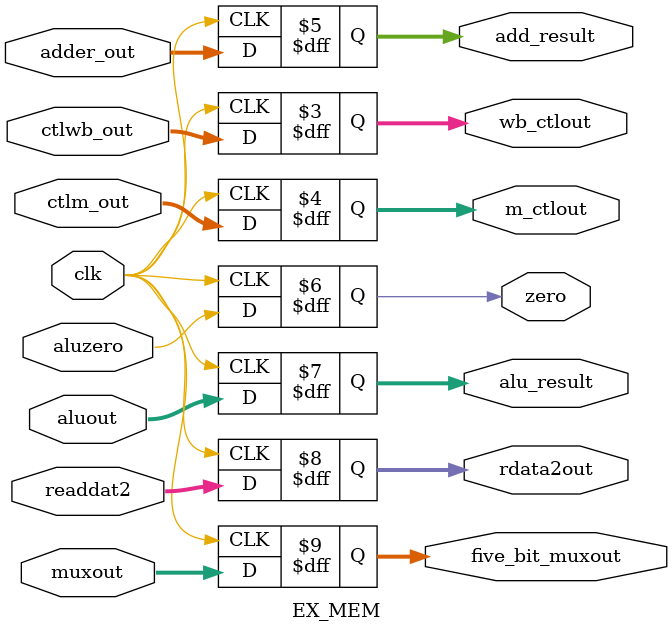
<source format=v>
`timescale 1ns / 1ps


module EX_MEM(input        clk,
              input [1:0]  ctlwb_out, 
              input [2:0]  ctlm_out,
				  input [31:0] adder_out,
				  input        aluzero,
				  input [31:0] aluout,
				  input [31:0] readdat2,
				  input [4:0]  muxout,
				  output reg [1:0]  wb_ctlout,
				  output reg [2:0]  m_ctlout,
				  output reg [31:0] add_result,
				  output reg        zero,
				  output reg [31:0] alu_result,
				  output reg [31:0] rdata2out,
				  output reg [4:0]  five_bit_muxout);

	// Initialize.
	initial begin
		wb_ctlout <= 0;
		m_ctlout <= 0;
		add_result <= 0;
		zero <= 0;
		alu_result <= 0;
		rdata2out <= 0;
		five_bit_muxout  <= 0;	
	end

	// Update.
	always @ (posedge clk)
		begin
			wb_ctlout <= ctlwb_out;
			m_ctlout <= ctlm_out;
			add_result <= adder_out;
			zero <= aluzero;
			alu_result <= aluout;
			rdata2out <= readdat2;
			five_bit_muxout  <= muxout;
		end
endmodule

</source>
